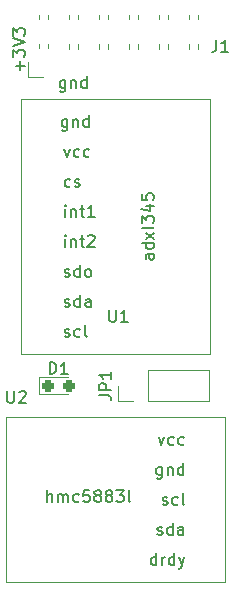
<source format=gto>
G04 #@! TF.GenerationSoftware,KiCad,Pcbnew,6.0.9-8da3e8f707~116~ubuntu20.04.1*
G04 #@! TF.CreationDate,2023-03-05T00:07:15+01:00*
G04 #@! TF.ProjectId,accl_magn_pmod,6163636c-5f6d-4616-976e-5f706d6f642e,rev?*
G04 #@! TF.SameCoordinates,Original*
G04 #@! TF.FileFunction,Legend,Top*
G04 #@! TF.FilePolarity,Positive*
%FSLAX46Y46*%
G04 Gerber Fmt 4.6, Leading zero omitted, Abs format (unit mm)*
G04 Created by KiCad (PCBNEW 6.0.9-8da3e8f707~116~ubuntu20.04.1) date 2023-03-05 00:07:15*
%MOMM*%
%LPD*%
G01*
G04 APERTURE LIST*
G04 Aperture macros list*
%AMRoundRect*
0 Rectangle with rounded corners*
0 $1 Rounding radius*
0 $2 $3 $4 $5 $6 $7 $8 $9 X,Y pos of 4 corners*
0 Add a 4 corners polygon primitive as box body*
4,1,4,$2,$3,$4,$5,$6,$7,$8,$9,$2,$3,0*
0 Add four circle primitives for the rounded corners*
1,1,$1+$1,$2,$3*
1,1,$1+$1,$4,$5*
1,1,$1+$1,$6,$7*
1,1,$1+$1,$8,$9*
0 Add four rect primitives between the rounded corners*
20,1,$1+$1,$2,$3,$4,$5,0*
20,1,$1+$1,$4,$5,$6,$7,0*
20,1,$1+$1,$6,$7,$8,$9,0*
20,1,$1+$1,$8,$9,$2,$3,0*%
G04 Aperture macros list end*
%ADD10C,0.150000*%
%ADD11C,0.120000*%
%ADD12C,3.000000*%
%ADD13R,1.700000X1.700000*%
%ADD14C,1.700000*%
%ADD15O,1.700000X1.700000*%
%ADD16RoundRect,0.237500X-0.287500X-0.237500X0.287500X-0.237500X0.287500X0.237500X-0.287500X0.237500X0*%
G04 APERTURE END LIST*
D10*
X119959523Y-63793714D02*
X119959523Y-64603238D01*
X119911904Y-64698476D01*
X119864285Y-64746095D01*
X119769047Y-64793714D01*
X119626190Y-64793714D01*
X119530952Y-64746095D01*
X119959523Y-64412761D02*
X119864285Y-64460380D01*
X119673809Y-64460380D01*
X119578571Y-64412761D01*
X119530952Y-64365142D01*
X119483333Y-64269904D01*
X119483333Y-63984190D01*
X119530952Y-63888952D01*
X119578571Y-63841333D01*
X119673809Y-63793714D01*
X119864285Y-63793714D01*
X119959523Y-63841333D01*
X120435714Y-63793714D02*
X120435714Y-64460380D01*
X120435714Y-63888952D02*
X120483333Y-63841333D01*
X120578571Y-63793714D01*
X120721428Y-63793714D01*
X120816666Y-63841333D01*
X120864285Y-63936571D01*
X120864285Y-64460380D01*
X121769047Y-64460380D02*
X121769047Y-63460380D01*
X121769047Y-64412761D02*
X121673809Y-64460380D01*
X121483333Y-64460380D01*
X121388095Y-64412761D01*
X121340476Y-64365142D01*
X121292857Y-64269904D01*
X121292857Y-63984190D01*
X121340476Y-63888952D01*
X121388095Y-63841333D01*
X121483333Y-63793714D01*
X121673809Y-63793714D01*
X121769047Y-63841333D01*
X116149428Y-62975904D02*
X116149428Y-62214000D01*
X116530380Y-62594952D02*
X115768476Y-62594952D01*
X115530380Y-61833047D02*
X115530380Y-61214000D01*
X115911333Y-61547333D01*
X115911333Y-61404476D01*
X115958952Y-61309238D01*
X116006571Y-61261619D01*
X116101809Y-61214000D01*
X116339904Y-61214000D01*
X116435142Y-61261619D01*
X116482761Y-61309238D01*
X116530380Y-61404476D01*
X116530380Y-61690190D01*
X116482761Y-61785428D01*
X116435142Y-61833047D01*
X115530380Y-60928285D02*
X116530380Y-60594952D01*
X115530380Y-60261619D01*
X115530380Y-60023523D02*
X115530380Y-59404476D01*
X115911333Y-59737809D01*
X115911333Y-59594952D01*
X115958952Y-59499714D01*
X116006571Y-59452095D01*
X116101809Y-59404476D01*
X116339904Y-59404476D01*
X116435142Y-59452095D01*
X116482761Y-59499714D01*
X116530380Y-59594952D01*
X116530380Y-59880666D01*
X116482761Y-59975904D01*
X116435142Y-60023523D01*
X115062095Y-90130380D02*
X115062095Y-90939904D01*
X115109714Y-91035142D01*
X115157333Y-91082761D01*
X115252571Y-91130380D01*
X115443047Y-91130380D01*
X115538285Y-91082761D01*
X115585904Y-91035142D01*
X115633523Y-90939904D01*
X115633523Y-90130380D01*
X116062095Y-90225619D02*
X116109714Y-90178000D01*
X116204952Y-90130380D01*
X116443047Y-90130380D01*
X116538285Y-90178000D01*
X116585904Y-90225619D01*
X116633523Y-90320857D01*
X116633523Y-90416095D01*
X116585904Y-90558952D01*
X116014476Y-91130380D01*
X116633523Y-91130380D01*
X127775928Y-102258761D02*
X127871166Y-102306380D01*
X128061642Y-102306380D01*
X128156880Y-102258761D01*
X128204500Y-102163523D01*
X128204500Y-102115904D01*
X128156880Y-102020666D01*
X128061642Y-101973047D01*
X127918785Y-101973047D01*
X127823547Y-101925428D01*
X127775928Y-101830190D01*
X127775928Y-101782571D01*
X127823547Y-101687333D01*
X127918785Y-101639714D01*
X128061642Y-101639714D01*
X128156880Y-101687333D01*
X129061642Y-102306380D02*
X129061642Y-101306380D01*
X129061642Y-102258761D02*
X128966404Y-102306380D01*
X128775928Y-102306380D01*
X128680690Y-102258761D01*
X128633071Y-102211142D01*
X128585452Y-102115904D01*
X128585452Y-101830190D01*
X128633071Y-101734952D01*
X128680690Y-101687333D01*
X128775928Y-101639714D01*
X128966404Y-101639714D01*
X129061642Y-101687333D01*
X129966404Y-102306380D02*
X129966404Y-101782571D01*
X129918785Y-101687333D01*
X129823547Y-101639714D01*
X129633071Y-101639714D01*
X129537833Y-101687333D01*
X129966404Y-102258761D02*
X129871166Y-102306380D01*
X129633071Y-102306380D01*
X129537833Y-102258761D01*
X129490214Y-102163523D01*
X129490214Y-102068285D01*
X129537833Y-101973047D01*
X129633071Y-101925428D01*
X129871166Y-101925428D01*
X129966404Y-101877809D01*
X128156880Y-96559714D02*
X128156880Y-97369238D01*
X128109261Y-97464476D01*
X128061642Y-97512095D01*
X127966404Y-97559714D01*
X127823547Y-97559714D01*
X127728309Y-97512095D01*
X128156880Y-97178761D02*
X128061642Y-97226380D01*
X127871166Y-97226380D01*
X127775928Y-97178761D01*
X127728309Y-97131142D01*
X127680690Y-97035904D01*
X127680690Y-96750190D01*
X127728309Y-96654952D01*
X127775928Y-96607333D01*
X127871166Y-96559714D01*
X128061642Y-96559714D01*
X128156880Y-96607333D01*
X128633071Y-96559714D02*
X128633071Y-97226380D01*
X128633071Y-96654952D02*
X128680690Y-96607333D01*
X128775928Y-96559714D01*
X128918785Y-96559714D01*
X129014023Y-96607333D01*
X129061642Y-96702571D01*
X129061642Y-97226380D01*
X129966404Y-97226380D02*
X129966404Y-96226380D01*
X129966404Y-97178761D02*
X129871166Y-97226380D01*
X129680690Y-97226380D01*
X129585452Y-97178761D01*
X129537833Y-97131142D01*
X129490214Y-97035904D01*
X129490214Y-96750190D01*
X129537833Y-96654952D01*
X129585452Y-96607333D01*
X129680690Y-96559714D01*
X129871166Y-96559714D01*
X129966404Y-96607333D01*
X127871166Y-94019714D02*
X128109261Y-94686380D01*
X128347357Y-94019714D01*
X129156880Y-94638761D02*
X129061642Y-94686380D01*
X128871166Y-94686380D01*
X128775928Y-94638761D01*
X128728309Y-94591142D01*
X128680690Y-94495904D01*
X128680690Y-94210190D01*
X128728309Y-94114952D01*
X128775928Y-94067333D01*
X128871166Y-94019714D01*
X129061642Y-94019714D01*
X129156880Y-94067333D01*
X130014023Y-94638761D02*
X129918785Y-94686380D01*
X129728309Y-94686380D01*
X129633071Y-94638761D01*
X129585452Y-94591142D01*
X129537833Y-94495904D01*
X129537833Y-94210190D01*
X129585452Y-94114952D01*
X129633071Y-94067333D01*
X129728309Y-94019714D01*
X129918785Y-94019714D01*
X130014023Y-94067333D01*
X127680690Y-104846380D02*
X127680690Y-103846380D01*
X127680690Y-104798761D02*
X127585452Y-104846380D01*
X127394976Y-104846380D01*
X127299738Y-104798761D01*
X127252119Y-104751142D01*
X127204500Y-104655904D01*
X127204500Y-104370190D01*
X127252119Y-104274952D01*
X127299738Y-104227333D01*
X127394976Y-104179714D01*
X127585452Y-104179714D01*
X127680690Y-104227333D01*
X128156880Y-104846380D02*
X128156880Y-104179714D01*
X128156880Y-104370190D02*
X128204500Y-104274952D01*
X128252119Y-104227333D01*
X128347357Y-104179714D01*
X128442595Y-104179714D01*
X129204500Y-104846380D02*
X129204500Y-103846380D01*
X129204500Y-104798761D02*
X129109261Y-104846380D01*
X128918785Y-104846380D01*
X128823547Y-104798761D01*
X128775928Y-104751142D01*
X128728309Y-104655904D01*
X128728309Y-104370190D01*
X128775928Y-104274952D01*
X128823547Y-104227333D01*
X128918785Y-104179714D01*
X129109261Y-104179714D01*
X129204500Y-104227333D01*
X129585452Y-104179714D02*
X129823547Y-104846380D01*
X130061642Y-104179714D02*
X129823547Y-104846380D01*
X129728309Y-105084476D01*
X129680690Y-105132095D01*
X129585452Y-105179714D01*
X128204500Y-99718761D02*
X128299738Y-99766380D01*
X128490214Y-99766380D01*
X128585452Y-99718761D01*
X128633071Y-99623523D01*
X128633071Y-99575904D01*
X128585452Y-99480666D01*
X128490214Y-99433047D01*
X128347357Y-99433047D01*
X128252119Y-99385428D01*
X128204500Y-99290190D01*
X128204500Y-99242571D01*
X128252119Y-99147333D01*
X128347357Y-99099714D01*
X128490214Y-99099714D01*
X128585452Y-99147333D01*
X129490214Y-99718761D02*
X129394976Y-99766380D01*
X129204500Y-99766380D01*
X129109261Y-99718761D01*
X129061642Y-99671142D01*
X129014023Y-99575904D01*
X129014023Y-99290190D01*
X129061642Y-99194952D01*
X129109261Y-99147333D01*
X129204500Y-99099714D01*
X129394976Y-99099714D01*
X129490214Y-99147333D01*
X130061642Y-99766380D02*
X129966404Y-99718761D01*
X129918785Y-99623523D01*
X129918785Y-98766380D01*
X118443809Y-99512380D02*
X118443809Y-98512380D01*
X118872380Y-99512380D02*
X118872380Y-98988571D01*
X118824761Y-98893333D01*
X118729523Y-98845714D01*
X118586666Y-98845714D01*
X118491428Y-98893333D01*
X118443809Y-98940952D01*
X119348571Y-99512380D02*
X119348571Y-98845714D01*
X119348571Y-98940952D02*
X119396190Y-98893333D01*
X119491428Y-98845714D01*
X119634285Y-98845714D01*
X119729523Y-98893333D01*
X119777142Y-98988571D01*
X119777142Y-99512380D01*
X119777142Y-98988571D02*
X119824761Y-98893333D01*
X119920000Y-98845714D01*
X120062857Y-98845714D01*
X120158095Y-98893333D01*
X120205714Y-98988571D01*
X120205714Y-99512380D01*
X121110476Y-99464761D02*
X121015238Y-99512380D01*
X120824761Y-99512380D01*
X120729523Y-99464761D01*
X120681904Y-99417142D01*
X120634285Y-99321904D01*
X120634285Y-99036190D01*
X120681904Y-98940952D01*
X120729523Y-98893333D01*
X120824761Y-98845714D01*
X121015238Y-98845714D01*
X121110476Y-98893333D01*
X122015238Y-98512380D02*
X121539047Y-98512380D01*
X121491428Y-98988571D01*
X121539047Y-98940952D01*
X121634285Y-98893333D01*
X121872380Y-98893333D01*
X121967619Y-98940952D01*
X122015238Y-98988571D01*
X122062857Y-99083809D01*
X122062857Y-99321904D01*
X122015238Y-99417142D01*
X121967619Y-99464761D01*
X121872380Y-99512380D01*
X121634285Y-99512380D01*
X121539047Y-99464761D01*
X121491428Y-99417142D01*
X122634285Y-98940952D02*
X122539047Y-98893333D01*
X122491428Y-98845714D01*
X122443809Y-98750476D01*
X122443809Y-98702857D01*
X122491428Y-98607619D01*
X122539047Y-98560000D01*
X122634285Y-98512380D01*
X122824761Y-98512380D01*
X122920000Y-98560000D01*
X122967619Y-98607619D01*
X123015238Y-98702857D01*
X123015238Y-98750476D01*
X122967619Y-98845714D01*
X122920000Y-98893333D01*
X122824761Y-98940952D01*
X122634285Y-98940952D01*
X122539047Y-98988571D01*
X122491428Y-99036190D01*
X122443809Y-99131428D01*
X122443809Y-99321904D01*
X122491428Y-99417142D01*
X122539047Y-99464761D01*
X122634285Y-99512380D01*
X122824761Y-99512380D01*
X122920000Y-99464761D01*
X122967619Y-99417142D01*
X123015238Y-99321904D01*
X123015238Y-99131428D01*
X122967619Y-99036190D01*
X122920000Y-98988571D01*
X122824761Y-98940952D01*
X123586666Y-98940952D02*
X123491428Y-98893333D01*
X123443809Y-98845714D01*
X123396190Y-98750476D01*
X123396190Y-98702857D01*
X123443809Y-98607619D01*
X123491428Y-98560000D01*
X123586666Y-98512380D01*
X123777142Y-98512380D01*
X123872380Y-98560000D01*
X123920000Y-98607619D01*
X123967619Y-98702857D01*
X123967619Y-98750476D01*
X123920000Y-98845714D01*
X123872380Y-98893333D01*
X123777142Y-98940952D01*
X123586666Y-98940952D01*
X123491428Y-98988571D01*
X123443809Y-99036190D01*
X123396190Y-99131428D01*
X123396190Y-99321904D01*
X123443809Y-99417142D01*
X123491428Y-99464761D01*
X123586666Y-99512380D01*
X123777142Y-99512380D01*
X123872380Y-99464761D01*
X123920000Y-99417142D01*
X123967619Y-99321904D01*
X123967619Y-99131428D01*
X123920000Y-99036190D01*
X123872380Y-98988571D01*
X123777142Y-98940952D01*
X124300952Y-98512380D02*
X124920000Y-98512380D01*
X124586666Y-98893333D01*
X124729523Y-98893333D01*
X124824761Y-98940952D01*
X124872380Y-98988571D01*
X124920000Y-99083809D01*
X124920000Y-99321904D01*
X124872380Y-99417142D01*
X124824761Y-99464761D01*
X124729523Y-99512380D01*
X124443809Y-99512380D01*
X124348571Y-99464761D01*
X124300952Y-99417142D01*
X125491428Y-99512380D02*
X125396190Y-99464761D01*
X125348571Y-99369523D01*
X125348571Y-98512380D01*
X123698095Y-83272380D02*
X123698095Y-84081904D01*
X123745714Y-84177142D01*
X123793333Y-84224761D01*
X123888571Y-84272380D01*
X124079047Y-84272380D01*
X124174285Y-84224761D01*
X124221904Y-84177142D01*
X124269523Y-84081904D01*
X124269523Y-83272380D01*
X125269523Y-84272380D02*
X124698095Y-84272380D01*
X124983809Y-84272380D02*
X124983809Y-83272380D01*
X124888571Y-83415238D01*
X124793333Y-83510476D01*
X124698095Y-83558095D01*
X119921976Y-82954761D02*
X120017214Y-83002380D01*
X120207690Y-83002380D01*
X120302928Y-82954761D01*
X120350547Y-82859523D01*
X120350547Y-82811904D01*
X120302928Y-82716666D01*
X120207690Y-82669047D01*
X120064833Y-82669047D01*
X119969595Y-82621428D01*
X119921976Y-82526190D01*
X119921976Y-82478571D01*
X119969595Y-82383333D01*
X120064833Y-82335714D01*
X120207690Y-82335714D01*
X120302928Y-82383333D01*
X121207690Y-83002380D02*
X121207690Y-82002380D01*
X121207690Y-82954761D02*
X121112452Y-83002380D01*
X120921976Y-83002380D01*
X120826738Y-82954761D01*
X120779119Y-82907142D01*
X120731500Y-82811904D01*
X120731500Y-82526190D01*
X120779119Y-82430952D01*
X120826738Y-82383333D01*
X120921976Y-82335714D01*
X121112452Y-82335714D01*
X121207690Y-82383333D01*
X122112452Y-83002380D02*
X122112452Y-82478571D01*
X122064833Y-82383333D01*
X121969595Y-82335714D01*
X121779119Y-82335714D01*
X121683880Y-82383333D01*
X122112452Y-82954761D02*
X122017214Y-83002380D01*
X121779119Y-83002380D01*
X121683880Y-82954761D01*
X121636261Y-82859523D01*
X121636261Y-82764285D01*
X121683880Y-82669047D01*
X121779119Y-82621428D01*
X122017214Y-82621428D01*
X122112452Y-82573809D01*
X120144166Y-67095714D02*
X120144166Y-67905238D01*
X120096547Y-68000476D01*
X120048928Y-68048095D01*
X119953690Y-68095714D01*
X119810833Y-68095714D01*
X119715595Y-68048095D01*
X120144166Y-67714761D02*
X120048928Y-67762380D01*
X119858452Y-67762380D01*
X119763214Y-67714761D01*
X119715595Y-67667142D01*
X119667976Y-67571904D01*
X119667976Y-67286190D01*
X119715595Y-67190952D01*
X119763214Y-67143333D01*
X119858452Y-67095714D01*
X120048928Y-67095714D01*
X120144166Y-67143333D01*
X120620357Y-67095714D02*
X120620357Y-67762380D01*
X120620357Y-67190952D02*
X120667976Y-67143333D01*
X120763214Y-67095714D01*
X120906071Y-67095714D01*
X121001309Y-67143333D01*
X121048928Y-67238571D01*
X121048928Y-67762380D01*
X121953690Y-67762380D02*
X121953690Y-66762380D01*
X121953690Y-67714761D02*
X121858452Y-67762380D01*
X121667976Y-67762380D01*
X121572738Y-67714761D01*
X121525119Y-67667142D01*
X121477500Y-67571904D01*
X121477500Y-67286190D01*
X121525119Y-67190952D01*
X121572738Y-67143333D01*
X121667976Y-67095714D01*
X121858452Y-67095714D01*
X121953690Y-67143333D01*
X119874357Y-69635714D02*
X120112452Y-70302380D01*
X120350547Y-69635714D01*
X121160071Y-70254761D02*
X121064833Y-70302380D01*
X120874357Y-70302380D01*
X120779119Y-70254761D01*
X120731500Y-70207142D01*
X120683880Y-70111904D01*
X120683880Y-69826190D01*
X120731500Y-69730952D01*
X120779119Y-69683333D01*
X120874357Y-69635714D01*
X121064833Y-69635714D01*
X121160071Y-69683333D01*
X122017214Y-70254761D02*
X121921976Y-70302380D01*
X121731500Y-70302380D01*
X121636261Y-70254761D01*
X121588642Y-70207142D01*
X121541023Y-70111904D01*
X121541023Y-69826190D01*
X121588642Y-69730952D01*
X121636261Y-69683333D01*
X121731500Y-69635714D01*
X121921976Y-69635714D01*
X122017214Y-69683333D01*
X119969595Y-75382380D02*
X119969595Y-74715714D01*
X119969595Y-74382380D02*
X119921976Y-74430000D01*
X119969595Y-74477619D01*
X120017214Y-74430000D01*
X119969595Y-74382380D01*
X119969595Y-74477619D01*
X120445785Y-74715714D02*
X120445785Y-75382380D01*
X120445785Y-74810952D02*
X120493404Y-74763333D01*
X120588642Y-74715714D01*
X120731500Y-74715714D01*
X120826738Y-74763333D01*
X120874357Y-74858571D01*
X120874357Y-75382380D01*
X121207690Y-74715714D02*
X121588642Y-74715714D01*
X121350547Y-74382380D02*
X121350547Y-75239523D01*
X121398166Y-75334761D01*
X121493404Y-75382380D01*
X121588642Y-75382380D01*
X122445785Y-75382380D02*
X121874357Y-75382380D01*
X122160071Y-75382380D02*
X122160071Y-74382380D01*
X122064833Y-74525238D01*
X121969595Y-74620476D01*
X121874357Y-74668095D01*
X119969595Y-77922380D02*
X119969595Y-77255714D01*
X119969595Y-76922380D02*
X119921976Y-76970000D01*
X119969595Y-77017619D01*
X120017214Y-76970000D01*
X119969595Y-76922380D01*
X119969595Y-77017619D01*
X120445785Y-77255714D02*
X120445785Y-77922380D01*
X120445785Y-77350952D02*
X120493404Y-77303333D01*
X120588642Y-77255714D01*
X120731500Y-77255714D01*
X120826738Y-77303333D01*
X120874357Y-77398571D01*
X120874357Y-77922380D01*
X121207690Y-77255714D02*
X121588642Y-77255714D01*
X121350547Y-76922380D02*
X121350547Y-77779523D01*
X121398166Y-77874761D01*
X121493404Y-77922380D01*
X121588642Y-77922380D01*
X121874357Y-77017619D02*
X121921976Y-76970000D01*
X122017214Y-76922380D01*
X122255309Y-76922380D01*
X122350547Y-76970000D01*
X122398166Y-77017619D01*
X122445785Y-77112857D01*
X122445785Y-77208095D01*
X122398166Y-77350952D01*
X121826738Y-77922380D01*
X122445785Y-77922380D01*
X120398166Y-72794761D02*
X120302928Y-72842380D01*
X120112452Y-72842380D01*
X120017214Y-72794761D01*
X119969595Y-72747142D01*
X119921976Y-72651904D01*
X119921976Y-72366190D01*
X119969595Y-72270952D01*
X120017214Y-72223333D01*
X120112452Y-72175714D01*
X120302928Y-72175714D01*
X120398166Y-72223333D01*
X120779119Y-72794761D02*
X120874357Y-72842380D01*
X121064833Y-72842380D01*
X121160071Y-72794761D01*
X121207690Y-72699523D01*
X121207690Y-72651904D01*
X121160071Y-72556666D01*
X121064833Y-72509047D01*
X120921976Y-72509047D01*
X120826738Y-72461428D01*
X120779119Y-72366190D01*
X120779119Y-72318571D01*
X120826738Y-72223333D01*
X120921976Y-72175714D01*
X121064833Y-72175714D01*
X121160071Y-72223333D01*
X119921976Y-85494761D02*
X120017214Y-85542380D01*
X120207690Y-85542380D01*
X120302928Y-85494761D01*
X120350547Y-85399523D01*
X120350547Y-85351904D01*
X120302928Y-85256666D01*
X120207690Y-85209047D01*
X120064833Y-85209047D01*
X119969595Y-85161428D01*
X119921976Y-85066190D01*
X119921976Y-85018571D01*
X119969595Y-84923333D01*
X120064833Y-84875714D01*
X120207690Y-84875714D01*
X120302928Y-84923333D01*
X121207690Y-85494761D02*
X121112452Y-85542380D01*
X120921976Y-85542380D01*
X120826738Y-85494761D01*
X120779119Y-85447142D01*
X120731500Y-85351904D01*
X120731500Y-85066190D01*
X120779119Y-84970952D01*
X120826738Y-84923333D01*
X120921976Y-84875714D01*
X121112452Y-84875714D01*
X121207690Y-84923333D01*
X121779119Y-85542380D02*
X121683880Y-85494761D01*
X121636261Y-85399523D01*
X121636261Y-84542380D01*
X127452380Y-78533333D02*
X126928571Y-78533333D01*
X126833333Y-78580952D01*
X126785714Y-78676190D01*
X126785714Y-78866666D01*
X126833333Y-78961904D01*
X127404761Y-78533333D02*
X127452380Y-78628571D01*
X127452380Y-78866666D01*
X127404761Y-78961904D01*
X127309523Y-79009523D01*
X127214285Y-79009523D01*
X127119047Y-78961904D01*
X127071428Y-78866666D01*
X127071428Y-78628571D01*
X127023809Y-78533333D01*
X127452380Y-77628571D02*
X126452380Y-77628571D01*
X127404761Y-77628571D02*
X127452380Y-77723809D01*
X127452380Y-77914285D01*
X127404761Y-78009523D01*
X127357142Y-78057142D01*
X127261904Y-78104761D01*
X126976190Y-78104761D01*
X126880952Y-78057142D01*
X126833333Y-78009523D01*
X126785714Y-77914285D01*
X126785714Y-77723809D01*
X126833333Y-77628571D01*
X127452380Y-77247619D02*
X126785714Y-76723809D01*
X126785714Y-77247619D02*
X127452380Y-76723809D01*
X127452380Y-76200000D02*
X127404761Y-76295238D01*
X127309523Y-76342857D01*
X126452380Y-76342857D01*
X126452380Y-75914285D02*
X126452380Y-75295238D01*
X126833333Y-75628571D01*
X126833333Y-75485714D01*
X126880952Y-75390476D01*
X126928571Y-75342857D01*
X127023809Y-75295238D01*
X127261904Y-75295238D01*
X127357142Y-75342857D01*
X127404761Y-75390476D01*
X127452380Y-75485714D01*
X127452380Y-75771428D01*
X127404761Y-75866666D01*
X127357142Y-75914285D01*
X126785714Y-74438095D02*
X127452380Y-74438095D01*
X126404761Y-74676190D02*
X127119047Y-74914285D01*
X127119047Y-74295238D01*
X126452380Y-73438095D02*
X126452380Y-73914285D01*
X126928571Y-73961904D01*
X126880952Y-73914285D01*
X126833333Y-73819047D01*
X126833333Y-73580952D01*
X126880952Y-73485714D01*
X126928571Y-73438095D01*
X127023809Y-73390476D01*
X127261904Y-73390476D01*
X127357142Y-73438095D01*
X127404761Y-73485714D01*
X127452380Y-73580952D01*
X127452380Y-73819047D01*
X127404761Y-73914285D01*
X127357142Y-73961904D01*
X119921976Y-80414761D02*
X120017214Y-80462380D01*
X120207690Y-80462380D01*
X120302928Y-80414761D01*
X120350547Y-80319523D01*
X120350547Y-80271904D01*
X120302928Y-80176666D01*
X120207690Y-80129047D01*
X120064833Y-80129047D01*
X119969595Y-80081428D01*
X119921976Y-79986190D01*
X119921976Y-79938571D01*
X119969595Y-79843333D01*
X120064833Y-79795714D01*
X120207690Y-79795714D01*
X120302928Y-79843333D01*
X121207690Y-80462380D02*
X121207690Y-79462380D01*
X121207690Y-80414761D02*
X121112452Y-80462380D01*
X120921976Y-80462380D01*
X120826738Y-80414761D01*
X120779119Y-80367142D01*
X120731500Y-80271904D01*
X120731500Y-79986190D01*
X120779119Y-79890952D01*
X120826738Y-79843333D01*
X120921976Y-79795714D01*
X121112452Y-79795714D01*
X121207690Y-79843333D01*
X121826738Y-80462380D02*
X121731500Y-80414761D01*
X121683880Y-80367142D01*
X121636261Y-80271904D01*
X121636261Y-79986190D01*
X121683880Y-79890952D01*
X121731500Y-79843333D01*
X121826738Y-79795714D01*
X121969595Y-79795714D01*
X122064833Y-79843333D01*
X122112452Y-79890952D01*
X122160071Y-79986190D01*
X122160071Y-80271904D01*
X122112452Y-80367142D01*
X122064833Y-80414761D01*
X121969595Y-80462380D01*
X121826738Y-80462380D01*
X122852380Y-90495333D02*
X123566666Y-90495333D01*
X123709523Y-90542952D01*
X123804761Y-90638190D01*
X123852380Y-90781047D01*
X123852380Y-90876285D01*
X123852380Y-90019142D02*
X122852380Y-90019142D01*
X122852380Y-89638190D01*
X122900000Y-89542952D01*
X122947619Y-89495333D01*
X123042857Y-89447714D01*
X123185714Y-89447714D01*
X123280952Y-89495333D01*
X123328571Y-89542952D01*
X123376190Y-89638190D01*
X123376190Y-90019142D01*
X123852380Y-88495333D02*
X123852380Y-89066761D01*
X123852380Y-88781047D02*
X122852380Y-88781047D01*
X122995238Y-88876285D01*
X123090476Y-88971523D01*
X123138095Y-89066761D01*
X132762666Y-60412380D02*
X132762666Y-61126666D01*
X132715047Y-61269523D01*
X132619809Y-61364761D01*
X132476952Y-61412380D01*
X132381714Y-61412380D01*
X133762666Y-61412380D02*
X133191238Y-61412380D01*
X133476952Y-61412380D02*
X133476952Y-60412380D01*
X133381714Y-60555238D01*
X133286476Y-60650476D01*
X133191238Y-60698095D01*
X118641904Y-88684380D02*
X118641904Y-87684380D01*
X118880000Y-87684380D01*
X119022857Y-87732000D01*
X119118095Y-87827238D01*
X119165714Y-87922476D01*
X119213333Y-88112952D01*
X119213333Y-88255809D01*
X119165714Y-88446285D01*
X119118095Y-88541523D01*
X119022857Y-88636761D01*
X118880000Y-88684380D01*
X118641904Y-88684380D01*
X120165714Y-88684380D02*
X119594285Y-88684380D01*
X119880000Y-88684380D02*
X119880000Y-87684380D01*
X119784761Y-87827238D01*
X119689523Y-87922476D01*
X119594285Y-87970095D01*
D11*
X133477000Y-92329000D02*
X114977000Y-92329000D01*
X114977000Y-92329000D02*
X114977000Y-106299000D01*
X114977000Y-106299000D02*
X133477000Y-106299000D01*
X133477000Y-106299000D02*
X133477000Y-92329000D01*
X116205000Y-86995000D02*
X132205000Y-86995000D01*
X132205000Y-86995000D02*
X132205000Y-65405000D01*
X132205000Y-65405000D02*
X116205000Y-65405000D01*
X116205000Y-65405000D02*
X116205000Y-86995000D01*
X132140000Y-90992000D02*
X132140000Y-88332000D01*
X127000000Y-90992000D02*
X132140000Y-90992000D01*
X125730000Y-90992000D02*
X124400000Y-90992000D01*
X127000000Y-88332000D02*
X132140000Y-88332000D01*
X124400000Y-90992000D02*
X124400000Y-89662000D01*
X127000000Y-90992000D02*
X127000000Y-88332000D01*
X130430000Y-61187071D02*
X130430000Y-60732929D01*
X121030000Y-61187071D02*
X121030000Y-60732929D01*
X125350000Y-61187071D02*
X125350000Y-60732929D01*
X120270000Y-58647071D02*
X120270000Y-58250000D01*
X121030000Y-58647071D02*
X121030000Y-58250000D01*
X120270000Y-61187071D02*
X120270000Y-60732929D01*
X118110000Y-63500000D02*
X116840000Y-63500000D01*
X131190000Y-61187071D02*
X131190000Y-60732929D01*
X122810000Y-58647071D02*
X122810000Y-58250000D01*
X126110000Y-61187071D02*
X126110000Y-60732929D01*
X125350000Y-58647071D02*
X125350000Y-58250000D01*
X116840000Y-63500000D02*
X116840000Y-62230000D01*
X128650000Y-58647071D02*
X128650000Y-58250000D01*
X131190000Y-58647071D02*
X131190000Y-58250000D01*
X127890000Y-61187071D02*
X127890000Y-60732929D01*
X122810000Y-61187071D02*
X122810000Y-60732929D01*
X117730000Y-58647071D02*
X117730000Y-58250000D01*
X127890000Y-58647071D02*
X127890000Y-58250000D01*
X123570000Y-58647071D02*
X123570000Y-58250000D01*
X128650000Y-61187071D02*
X128650000Y-60732929D01*
X126110000Y-58647071D02*
X126110000Y-58250000D01*
X130430000Y-58647071D02*
X130430000Y-58250000D01*
X117730000Y-61120000D02*
X117730000Y-60732929D01*
X118490000Y-61120000D02*
X118490000Y-60732929D01*
X118490000Y-58647071D02*
X118490000Y-58250000D01*
X123570000Y-61187071D02*
X123570000Y-60732929D01*
X120180000Y-88927000D02*
X117720000Y-88927000D01*
X117720000Y-90397000D02*
X120180000Y-90397000D01*
X117720000Y-88927000D02*
X117720000Y-90397000D01*
%LPC*%
D12*
X117627400Y-103621400D03*
X117627400Y-95021400D03*
D13*
X131572000Y-94234000D03*
D14*
X131572000Y-96774000D03*
X131572000Y-99314000D03*
X131572000Y-101854000D03*
X131572000Y-104394000D03*
D12*
X129540000Y-68580000D03*
X129540000Y-83820000D03*
D13*
X118110000Y-67310000D03*
D14*
X118110000Y-69850000D03*
X118110000Y-72390000D03*
X118110000Y-74930000D03*
X118110000Y-77470000D03*
X118110000Y-80010000D03*
X118110000Y-82550000D03*
X118110000Y-85090000D03*
D13*
X125730000Y-89662000D03*
D15*
X128270000Y-89662000D03*
X130810000Y-89662000D03*
D13*
X118110000Y-62230000D03*
D15*
X118110000Y-59690000D03*
X120650000Y-62230000D03*
X120650000Y-59690000D03*
X123190000Y-62230000D03*
X123190000Y-59690000D03*
X125730000Y-62230000D03*
X125730000Y-59690000D03*
X128270000Y-62230000D03*
X128270000Y-59690000D03*
X130810000Y-62230000D03*
X130810000Y-59690000D03*
D16*
X118505000Y-89662000D03*
X120255000Y-89662000D03*
M02*

</source>
